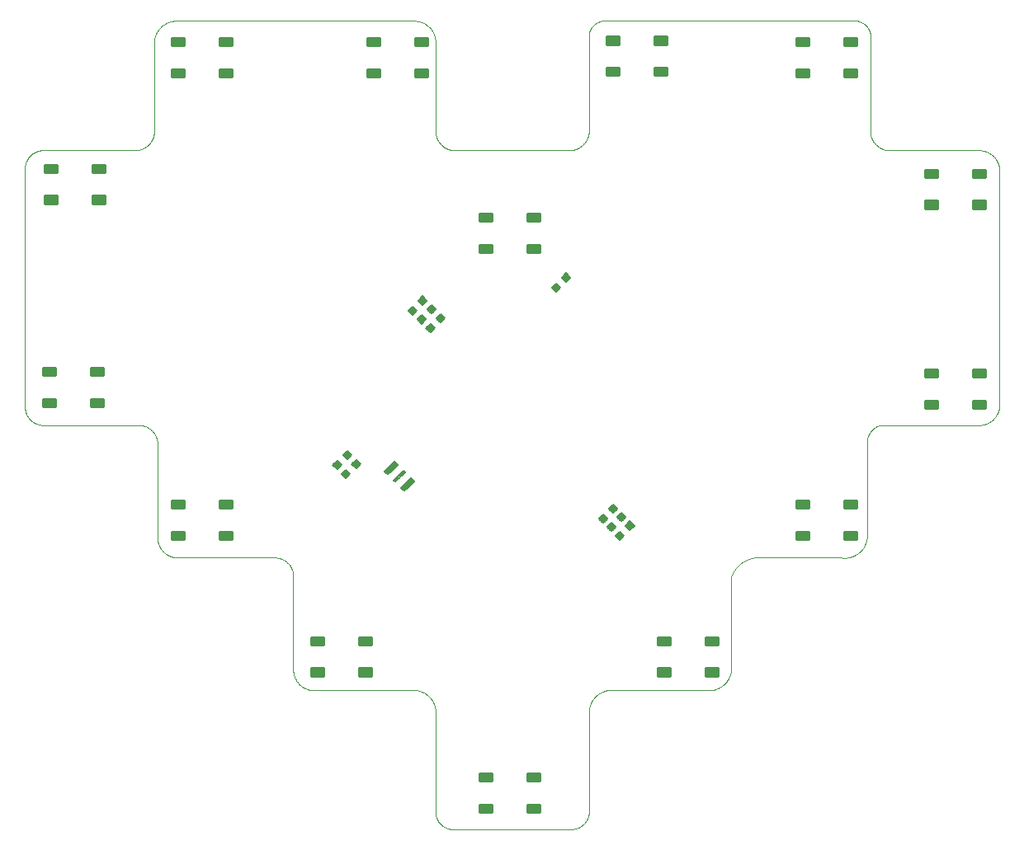
<source format=gbp>
G75*
%MOIN*%
%OFA0B0*%
%FSLAX25Y25*%
%IPPOS*%
%LPD*%
%AMOC8*
5,1,8,0,0,1.08239X$1,22.5*
%
%ADD10C,0.00394*%
%ADD11C,0.01181*%
%ADD12C,0.00787*%
%ADD13C,0.00600*%
D10*
X0116898Y0072600D02*
X0116898Y0110443D01*
X0116898Y0110442D02*
X0116906Y0110622D01*
X0116911Y0110802D01*
X0116910Y0110982D01*
X0116906Y0111162D01*
X0116897Y0111342D01*
X0116884Y0111521D01*
X0116866Y0111700D01*
X0116844Y0111879D01*
X0116818Y0112057D01*
X0116787Y0112234D01*
X0116753Y0112411D01*
X0116714Y0112587D01*
X0116670Y0112761D01*
X0116623Y0112935D01*
X0116571Y0113107D01*
X0116515Y0113278D01*
X0116455Y0113448D01*
X0116391Y0113616D01*
X0116323Y0113783D01*
X0116251Y0113948D01*
X0116175Y0114111D01*
X0116095Y0114272D01*
X0116011Y0114431D01*
X0115924Y0114588D01*
X0115832Y0114743D01*
X0115737Y0114896D01*
X0115638Y0115047D01*
X0115536Y0115195D01*
X0115430Y0115340D01*
X0115321Y0115483D01*
X0115208Y0115623D01*
X0115091Y0115760D01*
X0114972Y0115895D01*
X0114849Y0116027D01*
X0114723Y0116155D01*
X0114594Y0116281D01*
X0114462Y0116403D01*
X0114328Y0116522D01*
X0114190Y0116638D01*
X0114050Y0116751D01*
X0113906Y0116860D01*
X0113761Y0116965D01*
X0113612Y0117068D01*
X0113462Y0117166D01*
X0113309Y0117261D01*
X0113154Y0117352D01*
X0112996Y0117439D01*
X0112837Y0117522D01*
X0112675Y0117602D01*
X0112512Y0117678D01*
X0112347Y0117749D01*
X0112180Y0117817D01*
X0112012Y0117881D01*
X0111842Y0117940D01*
X0111671Y0117996D01*
X0111498Y0118047D01*
X0111325Y0118094D01*
X0111150Y0118137D01*
X0110974Y0118175D01*
X0110797Y0118210D01*
X0110620Y0118240D01*
X0110442Y0118266D01*
X0110263Y0118287D01*
X0110084Y0118304D01*
X0109905Y0118317D01*
X0070535Y0118317D01*
X0070534Y0118317D02*
X0070334Y0118312D01*
X0070133Y0118312D01*
X0069932Y0118316D01*
X0069731Y0118326D01*
X0069531Y0118341D01*
X0069331Y0118361D01*
X0069132Y0118385D01*
X0068933Y0118415D01*
X0068735Y0118449D01*
X0068538Y0118488D01*
X0068342Y0118532D01*
X0068148Y0118581D01*
X0067954Y0118634D01*
X0067762Y0118692D01*
X0067571Y0118755D01*
X0067382Y0118823D01*
X0067195Y0118895D01*
X0067009Y0118972D01*
X0066825Y0119053D01*
X0066644Y0119139D01*
X0066464Y0119229D01*
X0066287Y0119324D01*
X0066112Y0119423D01*
X0065940Y0119526D01*
X0065770Y0119634D01*
X0065603Y0119745D01*
X0065439Y0119861D01*
X0065278Y0119980D01*
X0065119Y0120104D01*
X0064964Y0120231D01*
X0064812Y0120362D01*
X0064663Y0120497D01*
X0064518Y0120636D01*
X0064376Y0120778D01*
X0064237Y0120923D01*
X0064102Y0121072D01*
X0063971Y0121224D01*
X0063844Y0121379D01*
X0063720Y0121537D01*
X0063600Y0121699D01*
X0063485Y0121863D01*
X0063373Y0122030D01*
X0063266Y0122199D01*
X0063162Y0122372D01*
X0063063Y0122546D01*
X0062968Y0122723D01*
X0062878Y0122903D01*
X0062792Y0123084D01*
X0062711Y0123268D01*
X0062634Y0123453D01*
X0062562Y0123641D01*
X0062494Y0123830D01*
X0062431Y0124021D01*
X0062372Y0124213D01*
X0062319Y0124406D01*
X0062270Y0124601D01*
X0062226Y0124797D01*
X0062187Y0124994D01*
X0062152Y0125192D01*
X0062123Y0125391D01*
X0062098Y0125590D01*
X0062078Y0125790D01*
X0062064Y0125990D01*
X0062054Y0126191D01*
X0062054Y0164033D01*
X0062054Y0164034D02*
X0062059Y0164217D01*
X0062060Y0164400D01*
X0062056Y0164583D01*
X0062048Y0164766D01*
X0062035Y0164948D01*
X0062018Y0165131D01*
X0061997Y0165313D01*
X0061971Y0165494D01*
X0061941Y0165674D01*
X0061907Y0165854D01*
X0061868Y0166033D01*
X0061825Y0166211D01*
X0061777Y0166388D01*
X0061725Y0166564D01*
X0061670Y0166738D01*
X0061609Y0166911D01*
X0061545Y0167082D01*
X0061477Y0167252D01*
X0061404Y0167420D01*
X0061328Y0167587D01*
X0061247Y0167751D01*
X0061163Y0167914D01*
X0061074Y0168074D01*
X0060982Y0168232D01*
X0060886Y0168388D01*
X0060786Y0168542D01*
X0060683Y0168693D01*
X0060576Y0168841D01*
X0060465Y0168987D01*
X0060351Y0169130D01*
X0060234Y0169271D01*
X0060113Y0169408D01*
X0059988Y0169543D01*
X0059861Y0169674D01*
X0059731Y0169803D01*
X0059597Y0169928D01*
X0059460Y0170050D01*
X0059321Y0170168D01*
X0059179Y0170284D01*
X0059033Y0170395D01*
X0058886Y0170504D01*
X0058735Y0170608D01*
X0058583Y0170709D01*
X0058427Y0170806D01*
X0058270Y0170900D01*
X0058110Y0170989D01*
X0057949Y0171075D01*
X0057785Y0171157D01*
X0057619Y0171235D01*
X0057451Y0171308D01*
X0057282Y0171378D01*
X0057111Y0171444D01*
X0056939Y0171505D01*
X0056765Y0171562D01*
X0056589Y0171615D01*
X0056413Y0171664D01*
X0056235Y0171709D01*
X0056057Y0171749D01*
X0055877Y0171785D01*
X0055697Y0171816D01*
X0055516Y0171843D01*
X0055334Y0171866D01*
X0055152Y0171884D01*
X0054969Y0171898D01*
X0054786Y0171908D01*
X0054787Y0171907D02*
X0015417Y0171907D01*
X0015416Y0171908D02*
X0015235Y0171922D01*
X0015054Y0171941D01*
X0014874Y0171964D01*
X0014695Y0171991D01*
X0014516Y0172023D01*
X0014338Y0172059D01*
X0014161Y0172100D01*
X0013985Y0172145D01*
X0013810Y0172194D01*
X0013636Y0172248D01*
X0013464Y0172305D01*
X0013293Y0172367D01*
X0013124Y0172433D01*
X0012956Y0172504D01*
X0012790Y0172578D01*
X0012627Y0172657D01*
X0012465Y0172739D01*
X0012305Y0172825D01*
X0012147Y0172916D01*
X0011992Y0173010D01*
X0011839Y0173108D01*
X0011688Y0173209D01*
X0011540Y0173314D01*
X0011394Y0173423D01*
X0011252Y0173536D01*
X0011112Y0173652D01*
X0010975Y0173771D01*
X0010841Y0173893D01*
X0010710Y0174019D01*
X0010582Y0174148D01*
X0010457Y0174281D01*
X0010336Y0174416D01*
X0010217Y0174554D01*
X0010103Y0174695D01*
X0009992Y0174838D01*
X0009884Y0174985D01*
X0009780Y0175134D01*
X0009680Y0175285D01*
X0009583Y0175439D01*
X0009491Y0175596D01*
X0009402Y0175754D01*
X0009317Y0175915D01*
X0009236Y0176077D01*
X0009159Y0176242D01*
X0009086Y0176408D01*
X0009017Y0176577D01*
X0008953Y0176746D01*
X0008892Y0176918D01*
X0008836Y0177090D01*
X0008784Y0177265D01*
X0008736Y0177440D01*
X0008693Y0177616D01*
X0008654Y0177794D01*
X0008619Y0177972D01*
X0008589Y0178151D01*
X0008563Y0178331D01*
X0008542Y0178512D01*
X0008525Y0178692D01*
X0008512Y0178874D01*
X0008504Y0179055D01*
X0008500Y0179237D01*
X0008501Y0179419D01*
X0008506Y0179600D01*
X0008516Y0179782D01*
X0008516Y0179781D02*
X0008516Y0275136D01*
X0008516Y0275135D02*
X0008506Y0275314D01*
X0008501Y0275493D01*
X0008500Y0275672D01*
X0008504Y0275851D01*
X0008511Y0276029D01*
X0008523Y0276208D01*
X0008540Y0276386D01*
X0008560Y0276564D01*
X0008585Y0276741D01*
X0008614Y0276917D01*
X0008648Y0277093D01*
X0008685Y0277268D01*
X0008727Y0277442D01*
X0008773Y0277615D01*
X0008823Y0277786D01*
X0008878Y0277957D01*
X0008936Y0278126D01*
X0008999Y0278294D01*
X0009065Y0278460D01*
X0009136Y0278624D01*
X0009211Y0278787D01*
X0009289Y0278947D01*
X0009371Y0279106D01*
X0009457Y0279263D01*
X0009547Y0279418D01*
X0009641Y0279570D01*
X0009738Y0279720D01*
X0009839Y0279868D01*
X0009943Y0280014D01*
X0010051Y0280156D01*
X0010162Y0280296D01*
X0010277Y0280434D01*
X0010395Y0280568D01*
X0010516Y0280700D01*
X0010640Y0280829D01*
X0010768Y0280954D01*
X0010898Y0281077D01*
X0011031Y0281196D01*
X0011167Y0281312D01*
X0011306Y0281425D01*
X0011448Y0281534D01*
X0011592Y0281640D01*
X0011739Y0281743D01*
X0011888Y0281841D01*
X0012039Y0281937D01*
X0012193Y0282028D01*
X0012349Y0282116D01*
X0012507Y0282200D01*
X0012667Y0282280D01*
X0012829Y0282356D01*
X0012992Y0282429D01*
X0013157Y0282497D01*
X0013324Y0282561D01*
X0013493Y0282622D01*
X0013663Y0282678D01*
X0013834Y0282730D01*
X0014006Y0282778D01*
X0014180Y0282822D01*
X0014354Y0282861D01*
X0014530Y0282896D01*
X0014706Y0282928D01*
X0014883Y0282954D01*
X0015060Y0282977D01*
X0015238Y0282995D01*
X0015416Y0283009D01*
X0015417Y0283010D02*
X0052874Y0283010D01*
X0052875Y0283009D02*
X0053065Y0283011D01*
X0053255Y0283018D01*
X0053444Y0283029D01*
X0053634Y0283045D01*
X0053823Y0283065D01*
X0054011Y0283090D01*
X0054199Y0283120D01*
X0054386Y0283154D01*
X0054572Y0283192D01*
X0054757Y0283235D01*
X0054941Y0283283D01*
X0055124Y0283335D01*
X0055306Y0283391D01*
X0055486Y0283452D01*
X0055664Y0283517D01*
X0055841Y0283586D01*
X0056016Y0283660D01*
X0056190Y0283738D01*
X0056361Y0283819D01*
X0056531Y0283906D01*
X0056698Y0283996D01*
X0056863Y0284090D01*
X0057026Y0284188D01*
X0057186Y0284290D01*
X0057344Y0284396D01*
X0057499Y0284506D01*
X0057652Y0284619D01*
X0057802Y0284736D01*
X0057949Y0284857D01*
X0058092Y0284981D01*
X0058233Y0285108D01*
X0058371Y0285239D01*
X0058506Y0285374D01*
X0058637Y0285511D01*
X0058765Y0285652D01*
X0058889Y0285795D01*
X0059010Y0285942D01*
X0059128Y0286091D01*
X0059241Y0286244D01*
X0059351Y0286398D01*
X0059458Y0286556D01*
X0059560Y0286716D01*
X0059659Y0286879D01*
X0059753Y0287044D01*
X0059844Y0287211D01*
X0059930Y0287380D01*
X0060013Y0287551D01*
X0060091Y0287724D01*
X0060165Y0287900D01*
X0060235Y0288076D01*
X0060300Y0288255D01*
X0060361Y0288435D01*
X0060418Y0288616D01*
X0060470Y0288799D01*
X0060518Y0288983D01*
X0060562Y0289168D01*
X0060601Y0289354D01*
X0060635Y0289541D01*
X0060665Y0289728D01*
X0060691Y0289917D01*
X0060711Y0290106D01*
X0060728Y0290295D01*
X0060739Y0290485D01*
X0060746Y0290675D01*
X0060749Y0290865D01*
X0060748Y0290865D02*
X0060748Y0327419D01*
X0060749Y0327419D02*
X0060774Y0327632D01*
X0060805Y0327845D01*
X0060841Y0328056D01*
X0060882Y0328267D01*
X0060928Y0328477D01*
X0060979Y0328685D01*
X0061036Y0328892D01*
X0061097Y0329098D01*
X0061163Y0329302D01*
X0061234Y0329505D01*
X0061310Y0329706D01*
X0061391Y0329904D01*
X0061476Y0330101D01*
X0061567Y0330296D01*
X0061662Y0330488D01*
X0061761Y0330679D01*
X0061865Y0330866D01*
X0061974Y0331051D01*
X0062087Y0331234D01*
X0062205Y0331413D01*
X0062326Y0331590D01*
X0062452Y0331764D01*
X0062582Y0331935D01*
X0062717Y0332102D01*
X0062855Y0332266D01*
X0062997Y0332427D01*
X0063143Y0332584D01*
X0063293Y0332738D01*
X0063446Y0332888D01*
X0063604Y0333034D01*
X0063764Y0333177D01*
X0063928Y0333315D01*
X0064095Y0333450D01*
X0064266Y0333580D01*
X0064439Y0333707D01*
X0064616Y0333829D01*
X0064795Y0333947D01*
X0064977Y0334060D01*
X0065162Y0334169D01*
X0065350Y0334273D01*
X0065540Y0334373D01*
X0065732Y0334469D01*
X0065927Y0334559D01*
X0066123Y0334645D01*
X0066322Y0334726D01*
X0066523Y0334803D01*
X0066725Y0334874D01*
X0066929Y0334941D01*
X0067135Y0335002D01*
X0067342Y0335059D01*
X0067550Y0335110D01*
X0067760Y0335157D01*
X0067970Y0335198D01*
X0068182Y0335234D01*
X0068394Y0335266D01*
X0068607Y0335292D01*
X0068821Y0335313D01*
X0069035Y0335328D01*
X0069249Y0335339D01*
X0069464Y0335344D01*
X0069679Y0335344D01*
X0069893Y0335339D01*
X0070108Y0335329D01*
X0070322Y0335314D01*
X0070535Y0335293D01*
X0165023Y0335293D01*
X0174353Y0327419D02*
X0174353Y0290884D01*
X0174355Y0290693D01*
X0174362Y0290503D01*
X0174374Y0290312D01*
X0174390Y0290122D01*
X0174411Y0289933D01*
X0174436Y0289744D01*
X0174466Y0289555D01*
X0174500Y0289368D01*
X0174539Y0289181D01*
X0174582Y0288995D01*
X0174630Y0288810D01*
X0174683Y0288627D01*
X0174739Y0288445D01*
X0174800Y0288264D01*
X0174866Y0288085D01*
X0174936Y0287908D01*
X0175010Y0287732D01*
X0175088Y0287558D01*
X0175171Y0287386D01*
X0175257Y0287216D01*
X0175348Y0287048D01*
X0175442Y0286883D01*
X0175541Y0286719D01*
X0175644Y0286559D01*
X0175750Y0286400D01*
X0175860Y0286245D01*
X0175974Y0286092D01*
X0176092Y0285942D01*
X0176213Y0285794D01*
X0176338Y0285650D01*
X0176466Y0285509D01*
X0176598Y0285371D01*
X0176733Y0285236D01*
X0176871Y0285104D01*
X0177012Y0284976D01*
X0177156Y0284851D01*
X0177304Y0284730D01*
X0177454Y0284612D01*
X0177607Y0284498D01*
X0177762Y0284388D01*
X0177921Y0284282D01*
X0178081Y0284179D01*
X0178245Y0284080D01*
X0178410Y0283986D01*
X0178578Y0283895D01*
X0178748Y0283809D01*
X0178920Y0283726D01*
X0179094Y0283648D01*
X0179270Y0283574D01*
X0179447Y0283504D01*
X0179626Y0283438D01*
X0179807Y0283377D01*
X0179989Y0283321D01*
X0180172Y0283268D01*
X0180357Y0283220D01*
X0180543Y0283177D01*
X0180730Y0283138D01*
X0180917Y0283104D01*
X0181106Y0283074D01*
X0181295Y0283049D01*
X0181484Y0283028D01*
X0181674Y0283012D01*
X0181865Y0283000D01*
X0182055Y0282993D01*
X0182246Y0282991D01*
X0228015Y0282991D01*
X0228015Y0282990D02*
X0228215Y0282987D01*
X0228414Y0282989D01*
X0228614Y0282995D01*
X0228813Y0283006D01*
X0229012Y0283023D01*
X0229211Y0283044D01*
X0229408Y0283070D01*
X0229606Y0283101D01*
X0229802Y0283136D01*
X0229997Y0283177D01*
X0230192Y0283222D01*
X0230385Y0283272D01*
X0230577Y0283327D01*
X0230767Y0283386D01*
X0230956Y0283450D01*
X0231144Y0283519D01*
X0231330Y0283592D01*
X0231513Y0283670D01*
X0231695Y0283752D01*
X0231875Y0283839D01*
X0232052Y0283930D01*
X0232228Y0284026D01*
X0232401Y0284125D01*
X0232571Y0284229D01*
X0232739Y0284337D01*
X0232904Y0284450D01*
X0233066Y0284566D01*
X0233225Y0284686D01*
X0233382Y0284810D01*
X0233535Y0284938D01*
X0233685Y0285069D01*
X0233832Y0285205D01*
X0233976Y0285343D01*
X0234116Y0285486D01*
X0234252Y0285631D01*
X0234385Y0285780D01*
X0234514Y0285932D01*
X0234640Y0286087D01*
X0234761Y0286246D01*
X0234879Y0286407D01*
X0234992Y0286571D01*
X0235102Y0286738D01*
X0235207Y0286907D01*
X0235309Y0287079D01*
X0235406Y0287254D01*
X0235498Y0287430D01*
X0235587Y0287609D01*
X0235671Y0287791D01*
X0235750Y0287974D01*
X0235825Y0288159D01*
X0235895Y0288345D01*
X0235961Y0288534D01*
X0236022Y0288724D01*
X0236079Y0288915D01*
X0236130Y0289108D01*
X0236177Y0289302D01*
X0236220Y0289497D01*
X0236257Y0289693D01*
X0236290Y0289890D01*
X0236317Y0290088D01*
X0236340Y0290286D01*
X0236358Y0290485D01*
X0236371Y0290684D01*
X0236380Y0290883D01*
X0236379Y0290884D02*
X0236379Y0330235D01*
X0236414Y0330391D01*
X0236454Y0330546D01*
X0236498Y0330700D01*
X0236545Y0330853D01*
X0236595Y0331004D01*
X0236650Y0331155D01*
X0236708Y0331304D01*
X0236770Y0331451D01*
X0236835Y0331597D01*
X0236903Y0331742D01*
X0236976Y0331884D01*
X0237051Y0332025D01*
X0237130Y0332164D01*
X0237212Y0332302D01*
X0237298Y0332437D01*
X0237387Y0332570D01*
X0237479Y0332700D01*
X0237574Y0332829D01*
X0237672Y0332955D01*
X0237774Y0333079D01*
X0237878Y0333200D01*
X0237985Y0333319D01*
X0238095Y0333435D01*
X0238208Y0333549D01*
X0238323Y0333659D01*
X0238441Y0333767D01*
X0238562Y0333872D01*
X0238685Y0333974D01*
X0238811Y0334073D01*
X0238939Y0334169D01*
X0239069Y0334262D01*
X0239201Y0334352D01*
X0239336Y0334438D01*
X0239472Y0334521D01*
X0239611Y0334601D01*
X0239751Y0334677D01*
X0239894Y0334750D01*
X0240038Y0334820D01*
X0240183Y0334886D01*
X0240331Y0334949D01*
X0240479Y0335008D01*
X0240629Y0335063D01*
X0240781Y0335115D01*
X0240933Y0335163D01*
X0241087Y0335207D01*
X0241241Y0335248D01*
X0241397Y0335285D01*
X0241553Y0335318D01*
X0241711Y0335347D01*
X0241869Y0335373D01*
X0242027Y0335394D01*
X0242186Y0335412D01*
X0242345Y0335426D01*
X0242505Y0335436D01*
X0242665Y0335443D01*
X0242825Y0335445D01*
X0242985Y0335444D01*
X0243144Y0335438D01*
X0243304Y0335429D01*
X0243463Y0335416D01*
X0243622Y0335399D01*
X0243781Y0335378D01*
X0243939Y0335354D01*
X0244096Y0335326D01*
X0244253Y0335293D01*
X0342110Y0335293D01*
X0342267Y0335326D01*
X0342424Y0335354D01*
X0342582Y0335378D01*
X0342741Y0335399D01*
X0342900Y0335416D01*
X0343059Y0335429D01*
X0343219Y0335438D01*
X0343378Y0335444D01*
X0343538Y0335445D01*
X0343698Y0335443D01*
X0343858Y0335436D01*
X0344018Y0335426D01*
X0344177Y0335412D01*
X0344336Y0335394D01*
X0344494Y0335373D01*
X0344652Y0335347D01*
X0344810Y0335318D01*
X0344966Y0335285D01*
X0345122Y0335248D01*
X0345276Y0335207D01*
X0345430Y0335163D01*
X0345582Y0335115D01*
X0345734Y0335063D01*
X0345884Y0335008D01*
X0346032Y0334949D01*
X0346180Y0334886D01*
X0346325Y0334820D01*
X0346469Y0334750D01*
X0346612Y0334677D01*
X0346752Y0334601D01*
X0346891Y0334521D01*
X0347027Y0334438D01*
X0347162Y0334352D01*
X0347294Y0334262D01*
X0347424Y0334169D01*
X0347552Y0334073D01*
X0347678Y0333974D01*
X0347801Y0333872D01*
X0347922Y0333767D01*
X0348040Y0333659D01*
X0348155Y0333549D01*
X0348268Y0333435D01*
X0348378Y0333319D01*
X0348485Y0333200D01*
X0348589Y0333079D01*
X0348691Y0332955D01*
X0348789Y0332829D01*
X0348884Y0332700D01*
X0348976Y0332570D01*
X0349065Y0332437D01*
X0349151Y0332302D01*
X0349233Y0332164D01*
X0349312Y0332025D01*
X0349387Y0331884D01*
X0349460Y0331742D01*
X0349528Y0331597D01*
X0349593Y0331451D01*
X0349655Y0331304D01*
X0349713Y0331155D01*
X0349768Y0331004D01*
X0349818Y0330853D01*
X0349865Y0330700D01*
X0349909Y0330546D01*
X0349949Y0330391D01*
X0349984Y0330235D01*
X0349984Y0290865D01*
X0349987Y0290675D01*
X0349994Y0290485D01*
X0350005Y0290295D01*
X0350022Y0290106D01*
X0350042Y0289917D01*
X0350068Y0289728D01*
X0350098Y0289541D01*
X0350132Y0289354D01*
X0350171Y0289168D01*
X0350215Y0288983D01*
X0350263Y0288799D01*
X0350315Y0288616D01*
X0350372Y0288435D01*
X0350433Y0288255D01*
X0350498Y0288076D01*
X0350568Y0287900D01*
X0350642Y0287724D01*
X0350720Y0287551D01*
X0350803Y0287380D01*
X0350889Y0287211D01*
X0350980Y0287044D01*
X0351074Y0286879D01*
X0351173Y0286716D01*
X0351275Y0286556D01*
X0351382Y0286398D01*
X0351492Y0286244D01*
X0351605Y0286091D01*
X0351723Y0285942D01*
X0351844Y0285795D01*
X0351968Y0285652D01*
X0352096Y0285511D01*
X0352227Y0285374D01*
X0352362Y0285239D01*
X0352500Y0285108D01*
X0352641Y0284981D01*
X0352784Y0284857D01*
X0352931Y0284736D01*
X0353081Y0284619D01*
X0353234Y0284506D01*
X0353389Y0284396D01*
X0353547Y0284290D01*
X0353707Y0284188D01*
X0353870Y0284090D01*
X0354035Y0283996D01*
X0354202Y0283906D01*
X0354372Y0283819D01*
X0354543Y0283738D01*
X0354717Y0283660D01*
X0354892Y0283586D01*
X0355069Y0283517D01*
X0355247Y0283452D01*
X0355427Y0283391D01*
X0355609Y0283335D01*
X0355792Y0283283D01*
X0355976Y0283235D01*
X0356161Y0283192D01*
X0356347Y0283154D01*
X0356534Y0283120D01*
X0356722Y0283090D01*
X0356910Y0283065D01*
X0357099Y0283045D01*
X0357289Y0283029D01*
X0357478Y0283018D01*
X0357668Y0283011D01*
X0357858Y0283009D01*
X0357858Y0283010D02*
X0393369Y0283010D01*
X0393572Y0283019D01*
X0393774Y0283024D01*
X0393976Y0283023D01*
X0394179Y0283018D01*
X0394381Y0283008D01*
X0394582Y0282992D01*
X0394784Y0282972D01*
X0394985Y0282948D01*
X0395185Y0282918D01*
X0395384Y0282883D01*
X0395583Y0282844D01*
X0395780Y0282800D01*
X0395977Y0282751D01*
X0396172Y0282697D01*
X0396366Y0282639D01*
X0396558Y0282576D01*
X0396749Y0282509D01*
X0396938Y0282436D01*
X0397125Y0282360D01*
X0397311Y0282278D01*
X0397494Y0282193D01*
X0397675Y0282103D01*
X0397854Y0282008D01*
X0398031Y0281909D01*
X0398205Y0281806D01*
X0398377Y0281699D01*
X0398546Y0281588D01*
X0398712Y0281472D01*
X0398875Y0281353D01*
X0399036Y0281230D01*
X0399194Y0281103D01*
X0399348Y0280972D01*
X0399499Y0280837D01*
X0399647Y0280699D01*
X0399791Y0280558D01*
X0399933Y0280412D01*
X0400070Y0280264D01*
X0400204Y0280112D01*
X0400334Y0279957D01*
X0400460Y0279799D01*
X0400583Y0279638D01*
X0400701Y0279474D01*
X0400816Y0279307D01*
X0400927Y0279138D01*
X0401033Y0278965D01*
X0401135Y0278791D01*
X0401233Y0278614D01*
X0401327Y0278434D01*
X0401416Y0278253D01*
X0401501Y0278069D01*
X0401581Y0277883D01*
X0401657Y0277695D01*
X0401729Y0277506D01*
X0401795Y0277315D01*
X0401857Y0277122D01*
X0401915Y0276928D01*
X0401968Y0276733D01*
X0402016Y0276536D01*
X0402059Y0276339D01*
X0402097Y0276140D01*
X0402131Y0275940D01*
X0402160Y0275740D01*
X0402184Y0275539D01*
X0402203Y0275338D01*
X0402217Y0275136D01*
X0402217Y0179781D01*
X0402203Y0179579D01*
X0402184Y0179378D01*
X0402160Y0179177D01*
X0402131Y0178977D01*
X0402097Y0178777D01*
X0402059Y0178578D01*
X0402016Y0178381D01*
X0401968Y0178184D01*
X0401915Y0177989D01*
X0401857Y0177795D01*
X0401795Y0177602D01*
X0401729Y0177411D01*
X0401657Y0177222D01*
X0401581Y0177034D01*
X0401501Y0176848D01*
X0401416Y0176664D01*
X0401327Y0176483D01*
X0401233Y0176303D01*
X0401135Y0176126D01*
X0401033Y0175952D01*
X0400927Y0175779D01*
X0400816Y0175610D01*
X0400701Y0175443D01*
X0400583Y0175279D01*
X0400460Y0175118D01*
X0400334Y0174960D01*
X0400204Y0174805D01*
X0400070Y0174653D01*
X0399933Y0174505D01*
X0399791Y0174359D01*
X0399647Y0174218D01*
X0399499Y0174080D01*
X0399348Y0173945D01*
X0399194Y0173814D01*
X0399036Y0173687D01*
X0398875Y0173564D01*
X0398712Y0173445D01*
X0398546Y0173329D01*
X0398377Y0173218D01*
X0398205Y0173111D01*
X0398031Y0173008D01*
X0397854Y0172909D01*
X0397675Y0172814D01*
X0397494Y0172724D01*
X0397311Y0172639D01*
X0397125Y0172557D01*
X0396938Y0172481D01*
X0396749Y0172408D01*
X0396558Y0172341D01*
X0396366Y0172278D01*
X0396172Y0172220D01*
X0395977Y0172166D01*
X0395780Y0172117D01*
X0395583Y0172073D01*
X0395384Y0172034D01*
X0395185Y0171999D01*
X0394985Y0171969D01*
X0394784Y0171945D01*
X0394582Y0171925D01*
X0394381Y0171909D01*
X0394179Y0171899D01*
X0393976Y0171894D01*
X0393774Y0171893D01*
X0393572Y0171898D01*
X0393369Y0171907D01*
X0353999Y0171907D01*
X0353826Y0171855D01*
X0353654Y0171799D01*
X0353483Y0171739D01*
X0353314Y0171675D01*
X0353146Y0171606D01*
X0352981Y0171533D01*
X0352817Y0171456D01*
X0352654Y0171376D01*
X0352494Y0171291D01*
X0352336Y0171203D01*
X0352181Y0171110D01*
X0352027Y0171014D01*
X0351876Y0170914D01*
X0351728Y0170810D01*
X0351582Y0170703D01*
X0351439Y0170592D01*
X0351298Y0170478D01*
X0351161Y0170361D01*
X0351026Y0170240D01*
X0350894Y0170115D01*
X0350765Y0169988D01*
X0350640Y0169857D01*
X0350518Y0169724D01*
X0350399Y0169587D01*
X0350283Y0169448D01*
X0350171Y0169306D01*
X0350062Y0169161D01*
X0349957Y0169013D01*
X0349856Y0168863D01*
X0349758Y0168711D01*
X0349664Y0168556D01*
X0349574Y0168399D01*
X0349488Y0168240D01*
X0349406Y0168079D01*
X0349328Y0167915D01*
X0349253Y0167750D01*
X0349183Y0167583D01*
X0349117Y0167415D01*
X0349055Y0167245D01*
X0348997Y0167073D01*
X0348944Y0166900D01*
X0348894Y0166726D01*
X0348849Y0166550D01*
X0348809Y0166374D01*
X0348772Y0166197D01*
X0348740Y0166018D01*
X0348712Y0165839D01*
X0348689Y0165660D01*
X0348670Y0165480D01*
X0348656Y0165299D01*
X0348646Y0165118D01*
X0348640Y0164937D01*
X0348639Y0164756D01*
X0348642Y0164575D01*
X0348650Y0164394D01*
X0348662Y0164214D01*
X0348679Y0164034D01*
X0348679Y0164033D02*
X0348679Y0126191D01*
X0348678Y0126190D02*
X0348645Y0125970D01*
X0348606Y0125750D01*
X0348562Y0125531D01*
X0348512Y0125313D01*
X0348458Y0125097D01*
X0348398Y0124882D01*
X0348333Y0124668D01*
X0348263Y0124456D01*
X0348187Y0124246D01*
X0348107Y0124038D01*
X0348022Y0123831D01*
X0347931Y0123627D01*
X0347836Y0123425D01*
X0347736Y0123226D01*
X0347631Y0123029D01*
X0347521Y0122834D01*
X0347407Y0122642D01*
X0347288Y0122453D01*
X0347165Y0122267D01*
X0347037Y0122084D01*
X0346905Y0121904D01*
X0346768Y0121728D01*
X0346627Y0121554D01*
X0346482Y0121385D01*
X0346333Y0121218D01*
X0346180Y0121056D01*
X0346024Y0120897D01*
X0345863Y0120742D01*
X0345699Y0120591D01*
X0345531Y0120444D01*
X0345359Y0120301D01*
X0345184Y0120162D01*
X0345006Y0120027D01*
X0344825Y0119897D01*
X0344640Y0119771D01*
X0344453Y0119650D01*
X0344263Y0119533D01*
X0344069Y0119421D01*
X0343874Y0119314D01*
X0343675Y0119211D01*
X0343475Y0119113D01*
X0343272Y0119020D01*
X0343066Y0118932D01*
X0342859Y0118849D01*
X0342650Y0118771D01*
X0342439Y0118699D01*
X0342226Y0118631D01*
X0342012Y0118568D01*
X0341796Y0118511D01*
X0341579Y0118459D01*
X0341361Y0118412D01*
X0341142Y0118370D01*
X0340921Y0118334D01*
X0340700Y0118303D01*
X0340478Y0118277D01*
X0340256Y0118257D01*
X0340033Y0118242D01*
X0339810Y0118232D01*
X0339587Y0118228D01*
X0339364Y0118229D01*
X0339141Y0118236D01*
X0338918Y0118248D01*
X0338695Y0118266D01*
X0338473Y0118288D01*
X0338251Y0118317D01*
X0306755Y0118317D01*
X0306470Y0118357D01*
X0306183Y0118390D01*
X0305896Y0118416D01*
X0305609Y0118435D01*
X0305320Y0118446D01*
X0305032Y0118451D01*
X0304744Y0118448D01*
X0304456Y0118439D01*
X0304168Y0118422D01*
X0303881Y0118399D01*
X0303594Y0118368D01*
X0303308Y0118331D01*
X0303023Y0118286D01*
X0302740Y0118234D01*
X0302457Y0118176D01*
X0302176Y0118111D01*
X0301897Y0118038D01*
X0301620Y0117959D01*
X0301345Y0117873D01*
X0301072Y0117781D01*
X0300801Y0117682D01*
X0300533Y0117576D01*
X0300267Y0117463D01*
X0300005Y0117344D01*
X0299745Y0117219D01*
X0299489Y0117088D01*
X0299235Y0116950D01*
X0298985Y0116806D01*
X0298739Y0116656D01*
X0298497Y0116500D01*
X0298258Y0116338D01*
X0298024Y0116170D01*
X0297793Y0115997D01*
X0297567Y0115818D01*
X0297346Y0115633D01*
X0297129Y0115444D01*
X0296917Y0115248D01*
X0296709Y0115048D01*
X0296507Y0114843D01*
X0296309Y0114633D01*
X0296117Y0114418D01*
X0295930Y0114198D01*
X0295749Y0113974D01*
X0295573Y0113746D01*
X0295403Y0113513D01*
X0295238Y0113276D01*
X0295080Y0113036D01*
X0294927Y0112791D01*
X0294780Y0112543D01*
X0294640Y0112291D01*
X0294506Y0112036D01*
X0294378Y0111778D01*
X0294256Y0111516D01*
X0294141Y0111252D01*
X0294032Y0110985D01*
X0293930Y0110715D01*
X0293834Y0110443D01*
X0293835Y0110443D02*
X0293835Y0072600D01*
X0293798Y0072376D01*
X0293756Y0072153D01*
X0293708Y0071931D01*
X0293655Y0071710D01*
X0293597Y0071491D01*
X0293533Y0071273D01*
X0293464Y0071057D01*
X0293390Y0070842D01*
X0293311Y0070629D01*
X0293227Y0070419D01*
X0293137Y0070210D01*
X0293043Y0070003D01*
X0292944Y0069799D01*
X0292839Y0069598D01*
X0292730Y0069399D01*
X0292616Y0069202D01*
X0292498Y0069009D01*
X0292374Y0068818D01*
X0292246Y0068630D01*
X0292114Y0068446D01*
X0291977Y0068265D01*
X0291836Y0068087D01*
X0291691Y0067912D01*
X0291541Y0067741D01*
X0291388Y0067574D01*
X0291230Y0067411D01*
X0291069Y0067251D01*
X0290903Y0067096D01*
X0290734Y0066944D01*
X0290562Y0066797D01*
X0290386Y0066653D01*
X0290206Y0066515D01*
X0290023Y0066380D01*
X0289837Y0066250D01*
X0289648Y0066124D01*
X0289456Y0066003D01*
X0289261Y0065887D01*
X0289063Y0065776D01*
X0288863Y0065669D01*
X0288660Y0065567D01*
X0288454Y0065470D01*
X0288247Y0065378D01*
X0288037Y0065291D01*
X0287825Y0065209D01*
X0287612Y0065133D01*
X0287396Y0065061D01*
X0287179Y0064995D01*
X0286960Y0064934D01*
X0286740Y0064879D01*
X0286519Y0064828D01*
X0286296Y0064783D01*
X0286073Y0064744D01*
X0285848Y0064710D01*
X0285623Y0064681D01*
X0285397Y0064658D01*
X0285171Y0064640D01*
X0284944Y0064627D01*
X0284717Y0064621D01*
X0284490Y0064619D01*
X0284263Y0064623D01*
X0284036Y0064633D01*
X0283810Y0064648D01*
X0283584Y0064669D01*
X0283358Y0064695D01*
X0283133Y0064726D01*
X0244253Y0064726D01*
X0244253Y0064725D02*
X0244037Y0064696D01*
X0243821Y0064662D01*
X0243606Y0064622D01*
X0243392Y0064577D01*
X0243179Y0064527D01*
X0242968Y0064472D01*
X0242758Y0064411D01*
X0242549Y0064346D01*
X0242342Y0064276D01*
X0242137Y0064200D01*
X0241934Y0064120D01*
X0241732Y0064035D01*
X0241533Y0063945D01*
X0241336Y0063850D01*
X0241142Y0063751D01*
X0240949Y0063646D01*
X0240760Y0063538D01*
X0240573Y0063424D01*
X0240389Y0063306D01*
X0240208Y0063184D01*
X0240030Y0063058D01*
X0239854Y0062927D01*
X0239683Y0062792D01*
X0239514Y0062652D01*
X0239349Y0062509D01*
X0239187Y0062362D01*
X0239029Y0062211D01*
X0238875Y0062056D01*
X0238724Y0061898D01*
X0238578Y0061736D01*
X0238435Y0061570D01*
X0238296Y0061401D01*
X0238162Y0061229D01*
X0238031Y0061054D01*
X0237905Y0060875D01*
X0237784Y0060693D01*
X0237666Y0060509D01*
X0237554Y0060322D01*
X0237445Y0060132D01*
X0237342Y0059939D01*
X0237243Y0059745D01*
X0237149Y0059547D01*
X0237059Y0059348D01*
X0236975Y0059146D01*
X0236895Y0058943D01*
X0236820Y0058737D01*
X0236751Y0058530D01*
X0236686Y0058321D01*
X0236626Y0058111D01*
X0236572Y0057899D01*
X0236522Y0057687D01*
X0236478Y0057472D01*
X0236439Y0057257D01*
X0236405Y0057041D01*
X0236376Y0056825D01*
X0236353Y0056607D01*
X0236335Y0056390D01*
X0236322Y0056171D01*
X0236314Y0055953D01*
X0236312Y0055734D01*
X0236315Y0055516D01*
X0236323Y0055297D01*
X0236337Y0055079D01*
X0236356Y0054862D01*
X0236380Y0054644D01*
X0236379Y0054645D02*
X0236379Y0015275D01*
X0236380Y0015275D02*
X0236364Y0015098D01*
X0236344Y0014922D01*
X0236320Y0014746D01*
X0236291Y0014571D01*
X0236259Y0014397D01*
X0236222Y0014224D01*
X0236181Y0014051D01*
X0236136Y0013880D01*
X0236086Y0013710D01*
X0236033Y0013541D01*
X0235975Y0013373D01*
X0235914Y0013207D01*
X0235848Y0013042D01*
X0235779Y0012879D01*
X0235706Y0012718D01*
X0235628Y0012558D01*
X0235547Y0012400D01*
X0235462Y0012245D01*
X0235374Y0012091D01*
X0235281Y0011940D01*
X0235185Y0011791D01*
X0235086Y0011644D01*
X0234983Y0011500D01*
X0234876Y0011358D01*
X0234767Y0011219D01*
X0234653Y0011083D01*
X0234537Y0010949D01*
X0234417Y0010818D01*
X0234294Y0010691D01*
X0234169Y0010566D01*
X0234040Y0010444D01*
X0233908Y0010325D01*
X0233774Y0010210D01*
X0233636Y0010098D01*
X0233496Y0009989D01*
X0233354Y0009884D01*
X0233209Y0009782D01*
X0233061Y0009684D01*
X0232911Y0009589D01*
X0232759Y0009498D01*
X0232605Y0009410D01*
X0232449Y0009327D01*
X0232291Y0009247D01*
X0232130Y0009171D01*
X0231969Y0009099D01*
X0231805Y0009031D01*
X0231640Y0008966D01*
X0231473Y0008906D01*
X0231305Y0008850D01*
X0231135Y0008798D01*
X0230965Y0008750D01*
X0230793Y0008706D01*
X0230620Y0008667D01*
X0230447Y0008631D01*
X0230272Y0008600D01*
X0230097Y0008573D01*
X0229921Y0008550D01*
X0229745Y0008531D01*
X0229568Y0008517D01*
X0229391Y0008507D01*
X0229214Y0008501D01*
X0229037Y0008500D01*
X0228860Y0008503D01*
X0228682Y0008510D01*
X0228506Y0008521D01*
X0228505Y0008521D02*
X0180771Y0008521D01*
X0180598Y0008541D01*
X0180426Y0008565D01*
X0180255Y0008593D01*
X0180085Y0008625D01*
X0179915Y0008661D01*
X0179746Y0008701D01*
X0179578Y0008746D01*
X0179411Y0008794D01*
X0179246Y0008846D01*
X0179082Y0008903D01*
X0178919Y0008963D01*
X0178758Y0009028D01*
X0178598Y0009096D01*
X0178440Y0009168D01*
X0178284Y0009244D01*
X0178130Y0009323D01*
X0177978Y0009406D01*
X0177827Y0009493D01*
X0177679Y0009584D01*
X0177533Y0009678D01*
X0177390Y0009776D01*
X0177249Y0009877D01*
X0177110Y0009981D01*
X0176974Y0010089D01*
X0176840Y0010200D01*
X0176710Y0010314D01*
X0176582Y0010431D01*
X0176457Y0010551D01*
X0176334Y0010675D01*
X0176215Y0010801D01*
X0176099Y0010930D01*
X0175986Y0011062D01*
X0175877Y0011197D01*
X0175770Y0011334D01*
X0175667Y0011473D01*
X0175568Y0011616D01*
X0175471Y0011760D01*
X0175379Y0011907D01*
X0175290Y0012056D01*
X0175204Y0012207D01*
X0175123Y0012360D01*
X0175044Y0012515D01*
X0174970Y0012672D01*
X0174900Y0012831D01*
X0174833Y0012991D01*
X0174770Y0013153D01*
X0174712Y0013316D01*
X0174657Y0013481D01*
X0174606Y0013647D01*
X0174559Y0013814D01*
X0174516Y0013982D01*
X0174478Y0014151D01*
X0174443Y0014321D01*
X0174413Y0014492D01*
X0174386Y0014664D01*
X0174364Y0014836D01*
X0174346Y0015009D01*
X0174332Y0015182D01*
X0174323Y0015355D01*
X0174317Y0015529D01*
X0174316Y0015702D01*
X0174319Y0015876D01*
X0174326Y0016049D01*
X0174337Y0016222D01*
X0174353Y0016395D01*
X0174353Y0054645D01*
X0174353Y0054644D02*
X0174377Y0054862D01*
X0174396Y0055079D01*
X0174410Y0055297D01*
X0174418Y0055516D01*
X0174421Y0055734D01*
X0174419Y0055953D01*
X0174411Y0056171D01*
X0174398Y0056390D01*
X0174380Y0056607D01*
X0174357Y0056825D01*
X0174328Y0057041D01*
X0174294Y0057257D01*
X0174255Y0057472D01*
X0174211Y0057687D01*
X0174161Y0057899D01*
X0174107Y0058111D01*
X0174047Y0058321D01*
X0173982Y0058530D01*
X0173913Y0058737D01*
X0173838Y0058943D01*
X0173758Y0059146D01*
X0173674Y0059348D01*
X0173584Y0059547D01*
X0173490Y0059745D01*
X0173391Y0059939D01*
X0173288Y0060132D01*
X0173179Y0060322D01*
X0173067Y0060509D01*
X0172949Y0060693D01*
X0172828Y0060875D01*
X0172702Y0061054D01*
X0172571Y0061229D01*
X0172437Y0061401D01*
X0172298Y0061570D01*
X0172155Y0061736D01*
X0172009Y0061898D01*
X0171858Y0062056D01*
X0171704Y0062211D01*
X0171546Y0062362D01*
X0171384Y0062509D01*
X0171219Y0062652D01*
X0171050Y0062792D01*
X0170879Y0062927D01*
X0170703Y0063058D01*
X0170525Y0063184D01*
X0170344Y0063306D01*
X0170160Y0063424D01*
X0169973Y0063538D01*
X0169784Y0063646D01*
X0169591Y0063751D01*
X0169397Y0063850D01*
X0169200Y0063945D01*
X0169001Y0064035D01*
X0168799Y0064120D01*
X0168596Y0064200D01*
X0168391Y0064276D01*
X0168184Y0064346D01*
X0167975Y0064411D01*
X0167765Y0064472D01*
X0167554Y0064527D01*
X0167341Y0064577D01*
X0167127Y0064622D01*
X0166912Y0064662D01*
X0166696Y0064696D01*
X0166480Y0064725D01*
X0166479Y0064726D02*
X0125653Y0064726D01*
X0125652Y0064727D02*
X0125451Y0064718D01*
X0125250Y0064715D01*
X0125049Y0064717D01*
X0124848Y0064723D01*
X0124647Y0064734D01*
X0124447Y0064750D01*
X0124246Y0064771D01*
X0124047Y0064797D01*
X0123848Y0064827D01*
X0123650Y0064863D01*
X0123453Y0064903D01*
X0123257Y0064948D01*
X0123062Y0064997D01*
X0122868Y0065052D01*
X0122676Y0065111D01*
X0122485Y0065174D01*
X0122295Y0065243D01*
X0122108Y0065315D01*
X0121922Y0065393D01*
X0121738Y0065474D01*
X0121556Y0065560D01*
X0121377Y0065651D01*
X0121199Y0065746D01*
X0121024Y0065845D01*
X0120851Y0065948D01*
X0120681Y0066056D01*
X0120514Y0066167D01*
X0120349Y0066283D01*
X0120187Y0066402D01*
X0120028Y0066526D01*
X0119872Y0066653D01*
X0119720Y0066784D01*
X0119570Y0066918D01*
X0119424Y0067056D01*
X0119281Y0067198D01*
X0119141Y0067343D01*
X0119005Y0067491D01*
X0118873Y0067643D01*
X0118744Y0067798D01*
X0118620Y0067955D01*
X0118499Y0068116D01*
X0118382Y0068280D01*
X0118269Y0068446D01*
X0118160Y0068615D01*
X0118055Y0068787D01*
X0117954Y0068961D01*
X0117858Y0069138D01*
X0117765Y0069317D01*
X0117678Y0069498D01*
X0117594Y0069681D01*
X0117515Y0069866D01*
X0117441Y0070053D01*
X0117371Y0070241D01*
X0117305Y0070432D01*
X0117245Y0070624D01*
X0117189Y0070817D01*
X0117137Y0071011D01*
X0117090Y0071207D01*
X0117049Y0071404D01*
X0117011Y0071602D01*
X0116979Y0071800D01*
X0116951Y0071999D01*
X0116929Y0072199D01*
X0116911Y0072400D01*
X0116898Y0072601D01*
X0174353Y0327419D02*
X0174333Y0327627D01*
X0174308Y0327834D01*
X0174278Y0328040D01*
X0174243Y0328246D01*
X0174203Y0328451D01*
X0174158Y0328654D01*
X0174108Y0328857D01*
X0174053Y0329058D01*
X0173993Y0329258D01*
X0173929Y0329457D01*
X0173860Y0329653D01*
X0173786Y0329849D01*
X0173707Y0330042D01*
X0173624Y0330233D01*
X0173536Y0330422D01*
X0173444Y0330609D01*
X0173347Y0330794D01*
X0173245Y0330976D01*
X0173140Y0331156D01*
X0173029Y0331333D01*
X0172915Y0331508D01*
X0172797Y0331680D01*
X0172674Y0331848D01*
X0172547Y0332014D01*
X0172417Y0332177D01*
X0172282Y0332336D01*
X0172144Y0332493D01*
X0172002Y0332645D01*
X0171856Y0332795D01*
X0171707Y0332940D01*
X0171554Y0333082D01*
X0171398Y0333221D01*
X0171239Y0333355D01*
X0171076Y0333486D01*
X0170910Y0333613D01*
X0170742Y0333735D01*
X0170570Y0333854D01*
X0170395Y0333968D01*
X0170218Y0334078D01*
X0170038Y0334184D01*
X0169856Y0334286D01*
X0169671Y0334383D01*
X0169484Y0334475D01*
X0169295Y0334563D01*
X0169104Y0334646D01*
X0168911Y0334725D01*
X0168716Y0334799D01*
X0168519Y0334868D01*
X0168320Y0334933D01*
X0168121Y0334992D01*
X0167919Y0335047D01*
X0167717Y0335097D01*
X0167513Y0335142D01*
X0167308Y0335182D01*
X0167103Y0335218D01*
X0166896Y0335248D01*
X0166689Y0335273D01*
X0166481Y0335293D01*
X0166273Y0335308D01*
X0166065Y0335318D01*
X0165856Y0335323D01*
X0165648Y0335323D01*
X0165439Y0335318D01*
X0165231Y0335308D01*
X0165023Y0335293D01*
D11*
X0166400Y0328070D02*
X0171126Y0328070D01*
X0171126Y0325314D01*
X0166400Y0325314D01*
X0166400Y0328070D01*
X0166400Y0326494D02*
X0171126Y0326494D01*
X0171126Y0327674D02*
X0166400Y0327674D01*
X0166400Y0315471D02*
X0171126Y0315471D01*
X0171126Y0312715D01*
X0166400Y0312715D01*
X0166400Y0315471D01*
X0166400Y0313895D02*
X0171126Y0313895D01*
X0171126Y0315075D02*
X0166400Y0315075D01*
X0151835Y0312715D02*
X0147109Y0312715D01*
X0147109Y0315471D01*
X0151835Y0315471D01*
X0151835Y0312715D01*
X0151835Y0313895D02*
X0147109Y0313895D01*
X0147109Y0315075D02*
X0151835Y0315075D01*
X0151835Y0325314D02*
X0147109Y0325314D01*
X0147109Y0328070D01*
X0151835Y0328070D01*
X0151835Y0325314D01*
X0151835Y0326494D02*
X0147109Y0326494D01*
X0147109Y0327674D02*
X0151835Y0327674D01*
X0092049Y0328070D02*
X0087323Y0328070D01*
X0092049Y0328070D02*
X0092049Y0325314D01*
X0087323Y0325314D01*
X0087323Y0328070D01*
X0087323Y0326494D02*
X0092049Y0326494D01*
X0092049Y0327674D02*
X0087323Y0327674D01*
X0087323Y0315471D02*
X0092049Y0315471D01*
X0092049Y0312715D01*
X0087323Y0312715D01*
X0087323Y0315471D01*
X0087323Y0313895D02*
X0092049Y0313895D01*
X0092049Y0315075D02*
X0087323Y0315075D01*
X0072758Y0312715D02*
X0068032Y0312715D01*
X0068032Y0315471D01*
X0072758Y0315471D01*
X0072758Y0312715D01*
X0072758Y0313895D02*
X0068032Y0313895D01*
X0068032Y0315075D02*
X0072758Y0315075D01*
X0072758Y0325314D02*
X0068032Y0325314D01*
X0068032Y0328070D01*
X0072758Y0328070D01*
X0072758Y0325314D01*
X0072758Y0326494D02*
X0068032Y0326494D01*
X0068032Y0327674D02*
X0072758Y0327674D01*
X0040699Y0276889D02*
X0035973Y0276889D01*
X0040699Y0276889D02*
X0040699Y0274133D01*
X0035973Y0274133D01*
X0035973Y0276889D01*
X0035973Y0275313D02*
X0040699Y0275313D01*
X0040699Y0276493D02*
X0035973Y0276493D01*
X0035973Y0264290D02*
X0040699Y0264290D01*
X0040699Y0261534D01*
X0035973Y0261534D01*
X0035973Y0264290D01*
X0035973Y0262714D02*
X0040699Y0262714D01*
X0040699Y0263894D02*
X0035973Y0263894D01*
X0021408Y0261534D02*
X0016682Y0261534D01*
X0016682Y0264290D01*
X0021408Y0264290D01*
X0021408Y0261534D01*
X0021408Y0262714D02*
X0016682Y0262714D01*
X0016682Y0263894D02*
X0021408Y0263894D01*
X0021408Y0274133D02*
X0016682Y0274133D01*
X0016682Y0276889D01*
X0021408Y0276889D01*
X0021408Y0274133D01*
X0021408Y0275313D02*
X0016682Y0275313D01*
X0016682Y0276493D02*
X0021408Y0276493D01*
X0020808Y0192056D02*
X0016082Y0192056D01*
X0016082Y0194812D01*
X0020808Y0194812D01*
X0020808Y0192056D01*
X0020808Y0193236D02*
X0016082Y0193236D01*
X0016082Y0194416D02*
X0020808Y0194416D01*
X0020808Y0179457D02*
X0016082Y0179457D01*
X0016082Y0182213D01*
X0020808Y0182213D01*
X0020808Y0179457D01*
X0020808Y0180637D02*
X0016082Y0180637D01*
X0016082Y0181817D02*
X0020808Y0181817D01*
X0035373Y0182213D02*
X0040099Y0182213D01*
X0040099Y0179457D01*
X0035373Y0179457D01*
X0035373Y0182213D01*
X0035373Y0180637D02*
X0040099Y0180637D01*
X0040099Y0181817D02*
X0035373Y0181817D01*
X0035373Y0194812D02*
X0040099Y0194812D01*
X0040099Y0192056D01*
X0035373Y0192056D01*
X0035373Y0194812D01*
X0035373Y0193236D02*
X0040099Y0193236D01*
X0040099Y0194416D02*
X0035373Y0194416D01*
X0068032Y0138306D02*
X0072758Y0138306D01*
X0068032Y0138306D02*
X0068032Y0141062D01*
X0072758Y0141062D01*
X0072758Y0138306D01*
X0072758Y0139486D02*
X0068032Y0139486D01*
X0068032Y0140666D02*
X0072758Y0140666D01*
X0072758Y0125708D02*
X0068032Y0125708D01*
X0068032Y0128464D01*
X0072758Y0128464D01*
X0072758Y0125708D01*
X0072758Y0126888D02*
X0068032Y0126888D01*
X0068032Y0128068D02*
X0072758Y0128068D01*
X0087323Y0128464D02*
X0092049Y0128464D01*
X0092049Y0125708D01*
X0087323Y0125708D01*
X0087323Y0128464D01*
X0087323Y0126888D02*
X0092049Y0126888D01*
X0092049Y0128068D02*
X0087323Y0128068D01*
X0087323Y0141062D02*
X0092049Y0141062D01*
X0092049Y0138306D01*
X0087323Y0138306D01*
X0087323Y0141062D01*
X0087323Y0139486D02*
X0092049Y0139486D01*
X0092049Y0140666D02*
X0087323Y0140666D01*
X0124350Y0083188D02*
X0129076Y0083188D01*
X0124350Y0083188D02*
X0124350Y0085944D01*
X0129076Y0085944D01*
X0129076Y0083188D01*
X0129076Y0084368D02*
X0124350Y0084368D01*
X0124350Y0085548D02*
X0129076Y0085548D01*
X0129076Y0070589D02*
X0124350Y0070589D01*
X0124350Y0073345D01*
X0129076Y0073345D01*
X0129076Y0070589D01*
X0129076Y0071769D02*
X0124350Y0071769D01*
X0124350Y0072949D02*
X0129076Y0072949D01*
X0143641Y0073345D02*
X0148367Y0073345D01*
X0148367Y0070589D01*
X0143641Y0070589D01*
X0143641Y0073345D01*
X0143641Y0071769D02*
X0148367Y0071769D01*
X0148367Y0072949D02*
X0143641Y0072949D01*
X0143641Y0085944D02*
X0148367Y0085944D01*
X0148367Y0083188D01*
X0143641Y0083188D01*
X0143641Y0085944D01*
X0143641Y0084368D02*
X0148367Y0084368D01*
X0148367Y0085548D02*
X0143641Y0085548D01*
X0192384Y0028070D02*
X0197110Y0028070D01*
X0192384Y0028070D02*
X0192384Y0030826D01*
X0197110Y0030826D01*
X0197110Y0028070D01*
X0197110Y0029250D02*
X0192384Y0029250D01*
X0192384Y0030430D02*
X0197110Y0030430D01*
X0197110Y0015471D02*
X0192384Y0015471D01*
X0192384Y0018227D01*
X0197110Y0018227D01*
X0197110Y0015471D01*
X0197110Y0016651D02*
X0192384Y0016651D01*
X0192384Y0017831D02*
X0197110Y0017831D01*
X0211676Y0018227D02*
X0216402Y0018227D01*
X0216402Y0015471D01*
X0211676Y0015471D01*
X0211676Y0018227D01*
X0211676Y0016651D02*
X0216402Y0016651D01*
X0216402Y0017831D02*
X0211676Y0017831D01*
X0211676Y0030826D02*
X0216402Y0030826D01*
X0216402Y0028070D01*
X0211676Y0028070D01*
X0211676Y0030826D01*
X0211676Y0029250D02*
X0216402Y0029250D01*
X0216402Y0030430D02*
X0211676Y0030430D01*
X0264356Y0070589D02*
X0269082Y0070589D01*
X0264356Y0070589D02*
X0264356Y0073345D01*
X0269082Y0073345D01*
X0269082Y0070589D01*
X0269082Y0071769D02*
X0264356Y0071769D01*
X0264356Y0072949D02*
X0269082Y0072949D01*
X0269082Y0083188D02*
X0264356Y0083188D01*
X0264356Y0085944D01*
X0269082Y0085944D01*
X0269082Y0083188D01*
X0269082Y0084368D02*
X0264356Y0084368D01*
X0264356Y0085548D02*
X0269082Y0085548D01*
X0283647Y0085944D02*
X0288373Y0085944D01*
X0288373Y0083188D01*
X0283647Y0083188D01*
X0283647Y0085944D01*
X0283647Y0084368D02*
X0288373Y0084368D01*
X0288373Y0085548D02*
X0283647Y0085548D01*
X0283647Y0073345D02*
X0288373Y0073345D01*
X0288373Y0070589D01*
X0283647Y0070589D01*
X0283647Y0073345D01*
X0283647Y0071769D02*
X0288373Y0071769D01*
X0288373Y0072949D02*
X0283647Y0072949D01*
X0320337Y0125708D02*
X0325063Y0125708D01*
X0320337Y0125708D02*
X0320337Y0128464D01*
X0325063Y0128464D01*
X0325063Y0125708D01*
X0325063Y0126888D02*
X0320337Y0126888D01*
X0320337Y0128068D02*
X0325063Y0128068D01*
X0325063Y0138306D02*
X0320337Y0138306D01*
X0320337Y0141062D01*
X0325063Y0141062D01*
X0325063Y0138306D01*
X0325063Y0139486D02*
X0320337Y0139486D01*
X0320337Y0140666D02*
X0325063Y0140666D01*
X0339629Y0141062D02*
X0344355Y0141062D01*
X0344355Y0138306D01*
X0339629Y0138306D01*
X0339629Y0141062D01*
X0339629Y0139486D02*
X0344355Y0139486D01*
X0344355Y0140666D02*
X0339629Y0140666D01*
X0339629Y0128464D02*
X0344355Y0128464D01*
X0344355Y0125708D01*
X0339629Y0125708D01*
X0339629Y0128464D01*
X0339629Y0126888D02*
X0344355Y0126888D01*
X0344355Y0128068D02*
X0339629Y0128068D01*
X0372455Y0178857D02*
X0377181Y0178857D01*
X0372455Y0178857D02*
X0372455Y0181613D01*
X0377181Y0181613D01*
X0377181Y0178857D01*
X0377181Y0180037D02*
X0372455Y0180037D01*
X0372455Y0181217D02*
X0377181Y0181217D01*
X0377181Y0191456D02*
X0372455Y0191456D01*
X0372455Y0194212D01*
X0377181Y0194212D01*
X0377181Y0191456D01*
X0377181Y0192636D02*
X0372455Y0192636D01*
X0372455Y0193816D02*
X0377181Y0193816D01*
X0391747Y0194212D02*
X0396473Y0194212D01*
X0396473Y0191456D01*
X0391747Y0191456D01*
X0391747Y0194212D01*
X0391747Y0192636D02*
X0396473Y0192636D01*
X0396473Y0193816D02*
X0391747Y0193816D01*
X0391747Y0181613D02*
X0396473Y0181613D01*
X0396473Y0178857D01*
X0391747Y0178857D01*
X0391747Y0181613D01*
X0391747Y0180037D02*
X0396473Y0180037D01*
X0396473Y0181217D02*
X0391747Y0181217D01*
X0391747Y0262322D02*
X0396473Y0262322D01*
X0396473Y0259566D01*
X0391747Y0259566D01*
X0391747Y0262322D01*
X0391747Y0260746D02*
X0396473Y0260746D01*
X0396473Y0261926D02*
X0391747Y0261926D01*
X0391747Y0274920D02*
X0396473Y0274920D01*
X0396473Y0272164D01*
X0391747Y0272164D01*
X0391747Y0274920D01*
X0391747Y0273344D02*
X0396473Y0273344D01*
X0396473Y0274524D02*
X0391747Y0274524D01*
X0377181Y0272164D02*
X0372455Y0272164D01*
X0372455Y0274920D01*
X0377181Y0274920D01*
X0377181Y0272164D01*
X0377181Y0273344D02*
X0372455Y0273344D01*
X0372455Y0274524D02*
X0377181Y0274524D01*
X0377181Y0259566D02*
X0372455Y0259566D01*
X0372455Y0262322D01*
X0377181Y0262322D01*
X0377181Y0259566D01*
X0377181Y0260746D02*
X0372455Y0260746D01*
X0372455Y0261926D02*
X0377181Y0261926D01*
X0344355Y0315471D02*
X0339629Y0315471D01*
X0344355Y0315471D02*
X0344355Y0312715D01*
X0339629Y0312715D01*
X0339629Y0315471D01*
X0339629Y0313895D02*
X0344355Y0313895D01*
X0344355Y0315075D02*
X0339629Y0315075D01*
X0339629Y0328070D02*
X0344355Y0328070D01*
X0344355Y0325314D01*
X0339629Y0325314D01*
X0339629Y0328070D01*
X0339629Y0326494D02*
X0344355Y0326494D01*
X0344355Y0327674D02*
X0339629Y0327674D01*
X0325063Y0325314D02*
X0320337Y0325314D01*
X0320337Y0328070D01*
X0325063Y0328070D01*
X0325063Y0325314D01*
X0325063Y0326494D02*
X0320337Y0326494D01*
X0320337Y0327674D02*
X0325063Y0327674D01*
X0325063Y0312715D02*
X0320337Y0312715D01*
X0320337Y0315471D01*
X0325063Y0315471D01*
X0325063Y0312715D01*
X0325063Y0313895D02*
X0320337Y0313895D01*
X0320337Y0315075D02*
X0325063Y0315075D01*
X0267846Y0316071D02*
X0263120Y0316071D01*
X0267846Y0316071D02*
X0267846Y0313315D01*
X0263120Y0313315D01*
X0263120Y0316071D01*
X0263120Y0314495D02*
X0267846Y0314495D01*
X0267846Y0315675D02*
X0263120Y0315675D01*
X0263120Y0328670D02*
X0267846Y0328670D01*
X0267846Y0325914D01*
X0263120Y0325914D01*
X0263120Y0328670D01*
X0263120Y0327094D02*
X0267846Y0327094D01*
X0267846Y0328274D02*
X0263120Y0328274D01*
X0248555Y0325914D02*
X0243829Y0325914D01*
X0243829Y0328670D01*
X0248555Y0328670D01*
X0248555Y0325914D01*
X0248555Y0327094D02*
X0243829Y0327094D01*
X0243829Y0328274D02*
X0248555Y0328274D01*
X0248555Y0313315D02*
X0243829Y0313315D01*
X0243829Y0316071D01*
X0248555Y0316071D01*
X0248555Y0313315D01*
X0248555Y0314495D02*
X0243829Y0314495D01*
X0243829Y0315675D02*
X0248555Y0315675D01*
X0216402Y0257204D02*
X0211676Y0257204D01*
X0216402Y0257204D02*
X0216402Y0254448D01*
X0211676Y0254448D01*
X0211676Y0257204D01*
X0211676Y0255628D02*
X0216402Y0255628D01*
X0216402Y0256808D02*
X0211676Y0256808D01*
X0211676Y0244605D02*
X0216402Y0244605D01*
X0216402Y0241849D01*
X0211676Y0241849D01*
X0211676Y0244605D01*
X0211676Y0243029D02*
X0216402Y0243029D01*
X0216402Y0244209D02*
X0211676Y0244209D01*
X0197110Y0241849D02*
X0192384Y0241849D01*
X0192384Y0244605D01*
X0197110Y0244605D01*
X0197110Y0241849D01*
X0197110Y0243029D02*
X0192384Y0243029D01*
X0192384Y0244209D02*
X0197110Y0244209D01*
X0197110Y0254448D02*
X0192384Y0254448D01*
X0192384Y0257204D01*
X0197110Y0257204D01*
X0197110Y0254448D01*
X0197110Y0255628D02*
X0192384Y0255628D01*
X0192384Y0256808D02*
X0197110Y0256808D01*
X0157850Y0156755D02*
X0154232Y0153137D01*
X0157850Y0156755D02*
X0158686Y0155919D01*
X0155068Y0152301D01*
X0154232Y0153137D01*
X0154576Y0153481D02*
X0156248Y0153481D01*
X0155756Y0154661D02*
X0157428Y0154661D01*
X0156936Y0155841D02*
X0158608Y0155841D01*
X0164531Y0150074D02*
X0160913Y0146456D01*
X0164531Y0150074D02*
X0165367Y0149238D01*
X0161749Y0145620D01*
X0160913Y0146456D01*
X0161257Y0146800D02*
X0162929Y0146800D01*
X0162437Y0147980D02*
X0164109Y0147980D01*
X0163617Y0149160D02*
X0165289Y0149160D01*
D12*
X0161470Y0153415D02*
X0157573Y0149518D01*
X0161470Y0153415D02*
X0162027Y0152858D01*
X0158130Y0148961D01*
X0157573Y0149518D01*
X0157802Y0149747D02*
X0158916Y0149747D01*
X0158588Y0150533D02*
X0159702Y0150533D01*
X0159374Y0151319D02*
X0160488Y0151319D01*
X0160160Y0152105D02*
X0161274Y0152105D01*
X0160946Y0152891D02*
X0161994Y0152891D01*
D13*
X0142286Y0157918D02*
X0140589Y0156221D01*
X0142286Y0157918D02*
X0143983Y0156221D01*
X0142286Y0154524D01*
X0140589Y0156221D01*
X0141687Y0155123D02*
X0142885Y0155123D01*
X0143484Y0155722D02*
X0141088Y0155722D01*
X0140689Y0156321D02*
X0143883Y0156321D01*
X0143284Y0156920D02*
X0141288Y0156920D01*
X0141887Y0157519D02*
X0142685Y0157519D01*
X0140364Y0159840D02*
X0138667Y0158143D01*
X0136970Y0159840D01*
X0138667Y0161537D01*
X0140364Y0159840D01*
X0139266Y0158742D02*
X0138068Y0158742D01*
X0137469Y0159341D02*
X0139865Y0159341D01*
X0140264Y0159940D02*
X0137070Y0159940D01*
X0137669Y0160539D02*
X0139665Y0160539D01*
X0139066Y0161138D02*
X0138268Y0161138D01*
X0136327Y0155804D02*
X0134630Y0154107D01*
X0132933Y0155804D01*
X0134630Y0157501D01*
X0136327Y0155804D01*
X0135229Y0154706D02*
X0134031Y0154706D01*
X0133432Y0155305D02*
X0135828Y0155305D01*
X0136227Y0155904D02*
X0133033Y0155904D01*
X0133632Y0156503D02*
X0135628Y0156503D01*
X0135029Y0157102D02*
X0134231Y0157102D01*
X0138249Y0153882D02*
X0136552Y0152185D01*
X0138249Y0153882D02*
X0139946Y0152185D01*
X0138249Y0150488D01*
X0136552Y0152185D01*
X0137650Y0151087D02*
X0138848Y0151087D01*
X0139447Y0151686D02*
X0137051Y0151686D01*
X0136652Y0152285D02*
X0139846Y0152285D01*
X0139247Y0152884D02*
X0137251Y0152884D01*
X0137850Y0153483D02*
X0138648Y0153483D01*
X0170593Y0211001D02*
X0172290Y0212698D01*
X0173987Y0211001D01*
X0172290Y0209304D01*
X0170593Y0211001D01*
X0171691Y0209903D02*
X0172889Y0209903D01*
X0173488Y0210502D02*
X0171092Y0210502D01*
X0170693Y0211101D02*
X0173887Y0211101D01*
X0173288Y0211700D02*
X0171292Y0211700D01*
X0171891Y0212299D02*
X0172689Y0212299D01*
X0174630Y0215038D02*
X0176327Y0216735D01*
X0178024Y0215038D01*
X0176327Y0213341D01*
X0174630Y0215038D01*
X0175728Y0213940D02*
X0176926Y0213940D01*
X0177525Y0214539D02*
X0175129Y0214539D01*
X0174730Y0215138D02*
X0177924Y0215138D01*
X0177325Y0215737D02*
X0175329Y0215737D01*
X0175928Y0216336D02*
X0176726Y0216336D01*
X0172708Y0220354D02*
X0171011Y0218657D01*
X0172708Y0220354D02*
X0174405Y0218657D01*
X0172708Y0216960D01*
X0171011Y0218657D01*
X0172109Y0217559D02*
X0173307Y0217559D01*
X0173906Y0218158D02*
X0171510Y0218158D01*
X0171111Y0218757D02*
X0174305Y0218757D01*
X0173706Y0219356D02*
X0171710Y0219356D01*
X0172309Y0219955D02*
X0173107Y0219955D01*
X0169089Y0223973D02*
X0167392Y0222276D01*
X0169089Y0223973D02*
X0170786Y0222276D01*
X0169089Y0220579D01*
X0167392Y0222276D01*
X0168490Y0221178D02*
X0169688Y0221178D01*
X0170287Y0221777D02*
X0167891Y0221777D01*
X0167492Y0222376D02*
X0170686Y0222376D01*
X0170087Y0222975D02*
X0168091Y0222975D01*
X0168690Y0223574D02*
X0169488Y0223574D01*
X0165052Y0219936D02*
X0163355Y0218239D01*
X0165052Y0219936D02*
X0166749Y0218239D01*
X0165052Y0216542D01*
X0163355Y0218239D01*
X0164453Y0217141D02*
X0165651Y0217141D01*
X0166250Y0217740D02*
X0163854Y0217740D01*
X0163455Y0218339D02*
X0166649Y0218339D01*
X0166050Y0218938D02*
X0164054Y0218938D01*
X0164653Y0219537D02*
X0165451Y0219537D01*
X0168671Y0216317D02*
X0166974Y0214620D01*
X0168671Y0216317D02*
X0170368Y0214620D01*
X0168671Y0212923D01*
X0166974Y0214620D01*
X0168072Y0213522D02*
X0169270Y0213522D01*
X0169869Y0214121D02*
X0167473Y0214121D01*
X0167074Y0214720D02*
X0170268Y0214720D01*
X0169669Y0215319D02*
X0167673Y0215319D01*
X0168272Y0215918D02*
X0169070Y0215918D01*
X0221300Y0227560D02*
X0222997Y0229257D01*
X0224694Y0227560D01*
X0222997Y0225863D01*
X0221300Y0227560D01*
X0222398Y0226462D02*
X0223596Y0226462D01*
X0224195Y0227061D02*
X0221799Y0227061D01*
X0221400Y0227660D02*
X0224594Y0227660D01*
X0223995Y0228259D02*
X0221999Y0228259D01*
X0222598Y0228858D02*
X0223396Y0228858D01*
X0225336Y0231597D02*
X0227033Y0233294D01*
X0228730Y0231597D01*
X0227033Y0229900D01*
X0225336Y0231597D01*
X0226434Y0230499D02*
X0227632Y0230499D01*
X0228231Y0231098D02*
X0225835Y0231098D01*
X0225436Y0231697D02*
X0228630Y0231697D01*
X0228031Y0232296D02*
X0226035Y0232296D01*
X0226634Y0232895D02*
X0227432Y0232895D01*
X0247832Y0138049D02*
X0246135Y0136352D01*
X0244438Y0138049D01*
X0246135Y0139746D01*
X0247832Y0138049D01*
X0246734Y0136951D02*
X0245536Y0136951D01*
X0244937Y0137550D02*
X0247333Y0137550D01*
X0247732Y0138149D02*
X0244538Y0138149D01*
X0245137Y0138748D02*
X0247133Y0138748D01*
X0246534Y0139347D02*
X0245736Y0139347D01*
X0251173Y0134709D02*
X0249476Y0133012D01*
X0247779Y0134709D01*
X0249476Y0136406D01*
X0251173Y0134709D01*
X0250075Y0133611D02*
X0248877Y0133611D01*
X0248278Y0134210D02*
X0250674Y0134210D01*
X0251073Y0134809D02*
X0247879Y0134809D01*
X0248478Y0135408D02*
X0250474Y0135408D01*
X0249875Y0136007D02*
X0249077Y0136007D01*
X0254619Y0131262D02*
X0252922Y0129565D01*
X0251225Y0131262D01*
X0252922Y0132959D01*
X0254619Y0131262D01*
X0253521Y0130164D02*
X0252323Y0130164D01*
X0251724Y0130763D02*
X0254120Y0130763D01*
X0254519Y0131362D02*
X0251325Y0131362D01*
X0251924Y0131961D02*
X0253920Y0131961D01*
X0253321Y0132560D02*
X0252523Y0132560D01*
X0250583Y0127225D02*
X0248886Y0125528D01*
X0247189Y0127225D01*
X0248886Y0128922D01*
X0250583Y0127225D01*
X0249485Y0126127D02*
X0248287Y0126127D01*
X0247688Y0126726D02*
X0250084Y0126726D01*
X0250483Y0127325D02*
X0247289Y0127325D01*
X0247888Y0127924D02*
X0249884Y0127924D01*
X0249285Y0128523D02*
X0248487Y0128523D01*
X0247136Y0130672D02*
X0245439Y0128975D01*
X0243742Y0130672D01*
X0245439Y0132369D01*
X0247136Y0130672D01*
X0246038Y0129574D02*
X0244840Y0129574D01*
X0244241Y0130173D02*
X0246637Y0130173D01*
X0247036Y0130772D02*
X0243842Y0130772D01*
X0244441Y0131371D02*
X0246437Y0131371D01*
X0245838Y0131970D02*
X0245040Y0131970D01*
X0243796Y0134013D02*
X0242099Y0132316D01*
X0240402Y0134013D01*
X0242099Y0135710D01*
X0243796Y0134013D01*
X0242698Y0132915D02*
X0241500Y0132915D01*
X0240901Y0133514D02*
X0243297Y0133514D01*
X0243696Y0134113D02*
X0240502Y0134113D01*
X0241101Y0134712D02*
X0243097Y0134712D01*
X0242498Y0135311D02*
X0241700Y0135311D01*
M02*

</source>
